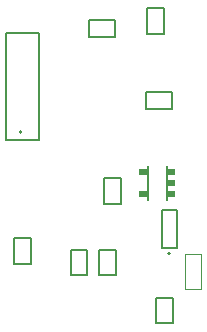
<source format=gbr>
%TF.GenerationSoftware,Altium Limited,Altium Designer,22.2.1 (43)*%
G04 Layer_Color=16711935*
%FSLAX45Y45*%
%MOMM*%
%TF.SameCoordinates,D68F7B63-5BB6-472D-936E-BE577255EEBD*%
%TF.FilePolarity,Positive*%
%TF.FileFunction,Other,Mechanical_13*%
%TF.Part,Single*%
G01*
G75*
%TA.AperFunction,NonConductor*%
%ADD28C,0.12700*%
%ADD30C,0.10000*%
%ADD42C,0.20000*%
%ADD48C,0.15240*%
G36*
X8931866Y6941200D02*
Y6991089D01*
X8867000D01*
Y6941200D01*
X8931866D01*
D02*
G37*
G36*
X8931959Y7131200D02*
Y7181257D01*
X8867000D01*
Y7131200D01*
X8931959D01*
D02*
G37*
G36*
X9167153Y6941200D02*
Y6991129D01*
X9102000D01*
Y6941200D01*
X9167153D01*
D02*
G37*
G36*
X9167178Y7036200D02*
Y7086230D01*
X9102000D01*
Y7036200D01*
X9167178D01*
D02*
G37*
G36*
X9167012Y7131200D02*
Y7181210D01*
X9102000D01*
Y7131200D01*
X9167012D01*
D02*
G37*
D28*
X8286598Y6496101D02*
X8426602D01*
X8286598Y6280099D02*
X8426602D01*
Y6496101D01*
X8286598Y6280099D02*
Y6496101D01*
X7802001Y6599702D02*
X7945999D01*
X7802001Y6379698D02*
X7945999D01*
Y6599702D01*
X7802001Y6379698D02*
Y6599702D01*
X8437098Y8297301D02*
Y8441299D01*
X8657102Y8297301D02*
Y8441299D01*
X8437098D02*
X8657102D01*
X8437098Y8297301D02*
X8657102D01*
X8667902Y6280099D02*
Y6496101D01*
X8527898Y6280099D02*
Y6496101D01*
X8667902D01*
X8527898Y6280099D02*
X8667902D01*
X8919698Y7687701D02*
Y7831699D01*
X9139702Y7687701D02*
Y7831699D01*
X8919698D02*
X9139702D01*
X8919698Y7687701D02*
X9139702D01*
X8564001Y6887698D02*
X8707999D01*
X8564001Y7107702D02*
X8707999D01*
Y6887698D02*
Y7107702D01*
X8564001Y6887698D02*
Y7107702D01*
X8934298Y8324799D02*
Y8540801D01*
X9074302Y8324799D02*
Y8540801D01*
X8934298D02*
X9074302D01*
X8934298Y8324799D02*
X9074302D01*
X7734300Y7424796D02*
Y8331200D01*
X8013700D01*
Y7424796D02*
Y8331200D01*
X7734300Y7424796D02*
X8013700D01*
X9053601Y6514501D02*
X9183599D01*
Y6834500D01*
X9053601D02*
X9183599D01*
X9053601Y6514501D02*
Y6834500D01*
X9010498Y5873699D02*
X9150502D01*
X9010498Y6089701D02*
X9150502D01*
Y5873699D02*
Y6089701D01*
X9010498Y5873699D02*
Y6089701D01*
D30*
X9251803Y6161898D02*
Y6461902D01*
X9391802Y6161898D02*
Y6461902D01*
X9251803D02*
X9391802D01*
X9251803Y6161898D02*
X9391802D01*
D42*
X7871300Y7493000D02*
G03*
X7871300Y7493000I-10000J0D01*
G01*
X9128600Y6464500D02*
G03*
X9128600Y6464500I-10000J0D01*
G01*
D48*
X9098041Y6918960D02*
Y7203440D01*
X8935959Y6918960D02*
Y7203440D01*
%TF.MD5,0638bc9ca865dc0ed00060224c45b609*%
M02*

</source>
